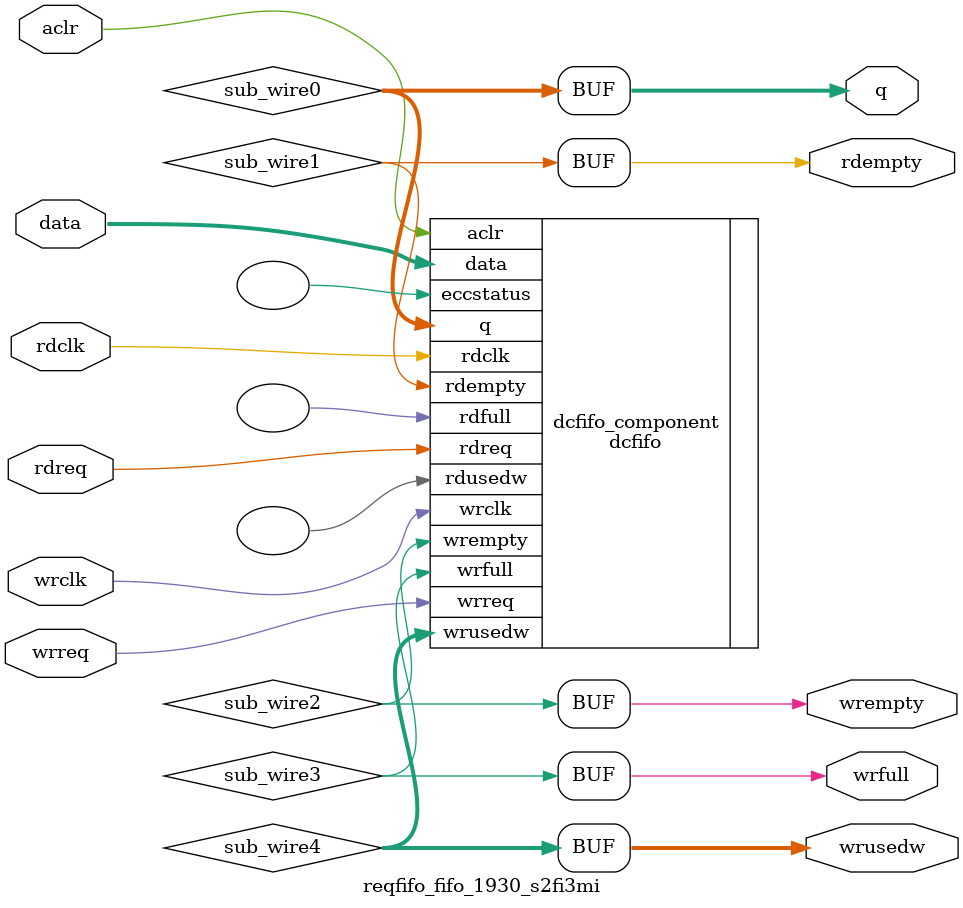
<source format=v>



`timescale 1 ps / 1 ps
// synopsys translate_on
module  reqfifo_fifo_1930_s2fi3mi  (
    aclr,
    data,
    rdclk,
    rdreq,
    wrclk,
    wrreq,
    q,
    rdempty,
    wrempty,
    wrfull,
    wrusedw);

    input    aclr;
    input  [639:0]  data;
    input    rdclk;
    input    rdreq;
    input    wrclk;
    input    wrreq;
    output [639:0]  q;
    output   rdempty;
    output   wrempty;
    output   wrfull;
    output [5:0]  wrusedw;
`ifndef ALTERA_RESERVED_QIS
// synopsys translate_off
`endif
    tri0     aclr;
`ifndef ALTERA_RESERVED_QIS
// synopsys translate_on
`endif

    wire [639:0] sub_wire0;
    wire  sub_wire1;
    wire  sub_wire2;
    wire  sub_wire3;
    wire [5:0] sub_wire4;
    wire [639:0] q = sub_wire0[639:0];
    wire  rdempty = sub_wire1;
    wire  wrempty = sub_wire2;
    wire  wrfull = sub_wire3;
    wire [5:0] wrusedw = sub_wire4[5:0];

    dcfifo  dcfifo_component (
                .aclr (aclr),
                .data (data),
                .rdclk (rdclk),
                .rdreq (rdreq),
                .wrclk (wrclk),
                .wrreq (wrreq),
                .q (sub_wire0),
                .rdempty (sub_wire1),
                .wrempty (sub_wire2),
                .wrfull (sub_wire3),
                .wrusedw (sub_wire4),
                .eccstatus (),
                .rdfull (),
                .rdusedw ());
    defparam
        dcfifo_component.enable_ecc  = "FALSE",
        dcfifo_component.intended_device_family  = "Agilex 7",
        dcfifo_component.lpm_hint  = "DISABLE_DCFIFO_EMBEDDED_TIMING_CONSTRAINT=TRUE",
        dcfifo_component.lpm_numwords  = 64,
        dcfifo_component.lpm_showahead  = "ON",
        dcfifo_component.lpm_type  = "dcfifo",
        dcfifo_component.lpm_width  = 640,
        dcfifo_component.lpm_widthu  = 6,
        dcfifo_component.overflow_checking  = "OFF",
        dcfifo_component.rdsync_delaypipe  = 4,
        dcfifo_component.read_aclr_synch  = "ON",
        dcfifo_component.underflow_checking  = "OFF",
        dcfifo_component.use_eab  = "ON",
        dcfifo_component.write_aclr_synch  = "ON",
        dcfifo_component.wrsync_delaypipe  = 4;


endmodule



</source>
